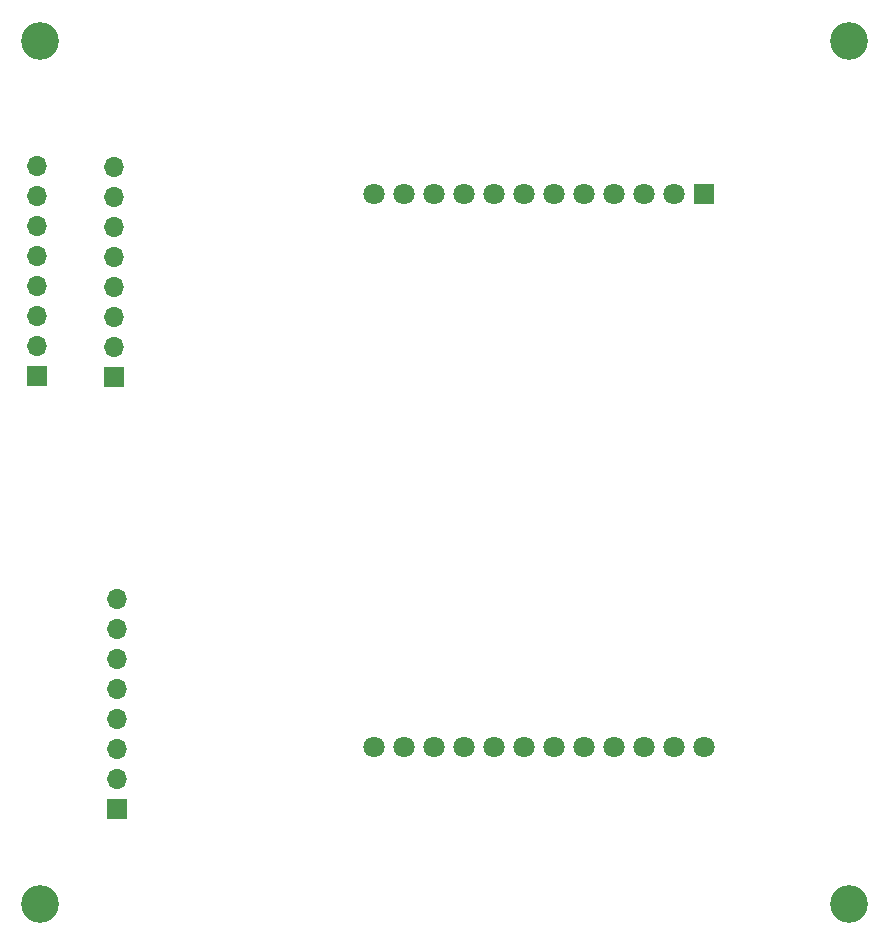
<source format=gbr>
%TF.GenerationSoftware,KiCad,Pcbnew,8.0.6*%
%TF.CreationDate,2024-11-18T08:59:04+03:30*%
%TF.ProjectId,DotMatrix,446f744d-6174-4726-9978-2e6b69636164,rev?*%
%TF.SameCoordinates,Original*%
%TF.FileFunction,Soldermask,Top*%
%TF.FilePolarity,Negative*%
%FSLAX46Y46*%
G04 Gerber Fmt 4.6, Leading zero omitted, Abs format (unit mm)*
G04 Created by KiCad (PCBNEW 8.0.6) date 2024-11-18 08:59:04*
%MOMM*%
%LPD*%
G01*
G04 APERTURE LIST*
%ADD10C,3.200000*%
%ADD11R,1.700000X1.700000*%
%ADD12O,1.700000X1.700000*%
%ADD13R,1.800000X1.800000*%
%ADD14C,1.800000*%
G04 APERTURE END LIST*
D10*
%TO.C,REF\u002A\u002A*%
X98750000Y-62750000D03*
%TD*%
D11*
%TO.C,J1*%
X105250000Y-127740000D03*
D12*
X105250000Y-125200000D03*
X105250000Y-122660000D03*
X105250000Y-120120000D03*
X105250000Y-117580000D03*
X105250000Y-115040000D03*
X105250000Y-112500000D03*
X105250000Y-109960000D03*
%TD*%
D10*
%TO.C,REF\u002A\u002A*%
X167250000Y-62750000D03*
%TD*%
%TO.C,REF\u002A\u002A*%
X98750000Y-135750000D03*
%TD*%
D11*
%TO.C,J3*%
X98500000Y-91040000D03*
D12*
X98500000Y-88500000D03*
X98500000Y-85960000D03*
X98500000Y-83420000D03*
X98500000Y-80880000D03*
X98500000Y-78340000D03*
X98500000Y-75800000D03*
X98500000Y-73260000D03*
%TD*%
D10*
%TO.C,REF\u002A\u002A*%
X167250000Y-135750000D03*
%TD*%
D11*
%TO.C,J2*%
X105000000Y-91200000D03*
D12*
X105000000Y-88660000D03*
X105000000Y-86120000D03*
X105000000Y-83580000D03*
X105000000Y-81040000D03*
X105000000Y-78500000D03*
X105000000Y-75960000D03*
X105000000Y-73420000D03*
%TD*%
D13*
%TO.C,U1*%
X155000000Y-75700000D03*
D14*
X152460000Y-75700000D03*
X149920000Y-75700000D03*
X147380000Y-75700000D03*
X144840000Y-75700000D03*
X142300000Y-75700000D03*
X139760000Y-75700000D03*
X137220000Y-75700000D03*
X134680000Y-75700000D03*
X132140000Y-75700000D03*
X129600000Y-75700000D03*
X127060000Y-75700000D03*
X155000000Y-122500000D03*
X152460000Y-122500000D03*
X149920000Y-122500000D03*
X147380000Y-122500000D03*
X144840000Y-122500000D03*
X142300000Y-122500000D03*
X139760000Y-122500000D03*
X137220000Y-122500000D03*
X134680000Y-122500000D03*
X132140000Y-122500000D03*
X129600000Y-122500000D03*
X127060000Y-122500000D03*
%TD*%
M02*

</source>
